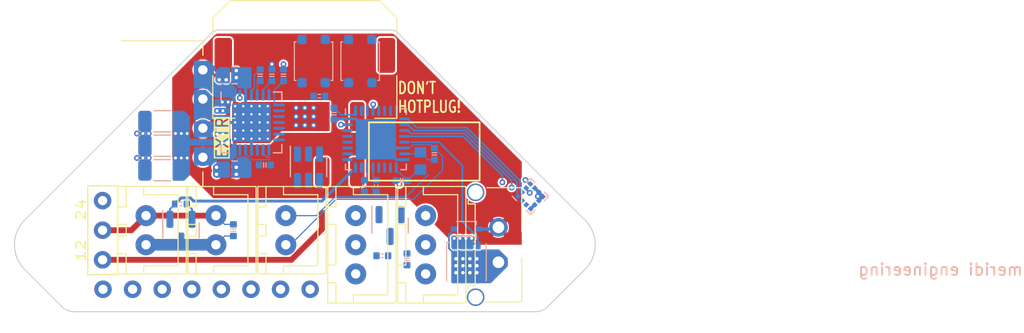
<source format=kicad_pcb>
(kicad_pcb (version 20221018) (generator pcbnew)
  (layers (0 "F.Cu" signal) (1 "In1.Cu" power) (2 "In2.Cu" power) (31 "B.Cu" signal) (34 "B.Paste" user) (35 "F.Paste" user) (36 "B.SilkS" user "B.Silkscreen") (37 "F.SilkS" user "F.Silkscreen") (38 "B.Mask" user) (39 "F.Mask" user) (44 "Edge.Cuts" user))
  (net 0 "")
  (net 1 "/B1")
  (net 2 "/B2")
  (net 3 "/A1")
  (net 4 "/A2")
  (net 5 "/USB_D-")
  (net 6 "GND")
  (net 7 "/USB_D+")
  (net 8 "+24V")
  (net 19 "+12V")
  (net 20 "Net-(D1-A)")
  (net 21 "/F0_Gate")
  (net 22 "/F0_FG")
  (net 23 "+5V")
  (net 24 "/T0")
  (net 25 "/F1_V+")
  (net 26 "/S0")
  (net 27 "/H0_Gate")
  (net 28 "/BOOT0")
  (net 29 "+3.3V")
  (net 30 "/Dir")
  (net 36 "/Step")
  (net 37 "/UART")
  (net 49 "/~{Reset}")
  (net 50 "Net-(U4-5VOUT)")
  (net 51 "Net-(U4-VCP)")
  (net 52 "Net-(U4-CPO)")
  (net 53 "Net-(U4-CPI)")
  (net 54 "Net-(J6-Pin_1)")
  (net 55 "Net-(U4-BRA)")
  (net 56 "Net-(U4-BRB)")
  (net 57 "/INT1")
  (net 58 "/INT2")
  (net 59 "/MOSI")
  (net 60 "/MISO")
  (net 61 "/SCK")
  (net 66 "/~{En}")
  (net 70 "/Diag")
  (net 75 "/ACCEL_CS")
  (net 76 "Net-(U3-VDDA)")
  (net 77 "Net-(J2-Pin_2)")
  (net 78 "/F1_Gate")
  (net 79 "VSSA")
  (net 80 "Net-(J3-Pin_4)")
  (net 81 "Net-(J3-Pin_8)")
  (footprint "corevus:JST_XH_1x04-Side" (layer "F.Cu") (at -8.75 -17 90)
    (fp_text reference "J4" hide)
    (fp_text value "XH")
  )
  (footprint "MountingHole:MountingHole_3.2mm_M3" (layer "F.Cu") (at 21.92031 -5.74264 45)
    (fp_text reference "H2" hide)
    (fp_text value "MountingHole")
  )
  (footprint "corevus:JST_XH_1x02" (layer "F.Cu") (at -13.632992 -6.99264 90)
    (fp_text reference "J7" hide)
    (fp_text value "XH")
  )
  (footprint "MountingHole:MountingHole_3.2mm_M3" (layer "F.Cu") (at -21.920311 -5.74264 45)
    (fp_text reference "H1" hide)
    (fp_text value "MountingHole")
  )
  (footprint "corevus:JST_XH_1x02" (layer "F.Cu") (at -1.632991 -6.99264 90)
    (fp_text reference "J5" hide)
    (fp_text value "XH")
  )
  (footprint "corevus:JST_XH_1x02" (layer "F.Cu") (at -7.632991 -6.99264 90)
    (fp_text reference "J6" hide)
    (fp_text value "XH")
  )
  (footprint "corevus:Molex_Micro-Fit-3.0_436500215" (layer "F.Cu") (at 16.617009 -5.74264 -90)
    (fp_text reference "J1" hide)
    (fp_text value "MF3")
  )
  (footprint "corevus:JST_XH_1x03" (layer "F.Cu") (at 10.367009 -5.74264 90)
    (fp_text reference "J2" hide)
    (fp_text value "XH")
  )
  (footprint "corevus:PinHeader_1x08_P2.54mm_Vertical" (layer "F.Cu") (at 0.457009 -1.922641 -90)
    (fp_text reference "J8" hide)
    (fp_text value "pinheader")
  )
  (footprint "corevus:PinHeader_1x03_P2.54mm_Vertical" (layer "F.Cu") (at -17.35799 -9.53264)
    (fp_text reference "J10" hide)
    (fp_text value "1x3P")
  )
  (footprint "corevus:JST_XH_1x03" (layer "F.Cu") (at 4.367009 -5.74264 90)
    (fp_text reference "J9" hide)
    (fp_text value "XH")
  )
  (footprint "corevus:XKB_X3025WRS-2x04E" (layer "F.Cu") (at 0 -16.75)
    (fp_text reference "J3" hide)
    (fp_text value "MF3")
  )
  (footprint "Capacitor_SMD:C_1206_3216Metric" (layer "B.Cu") (at -12.25 -14.24264 180)
    (fp_text reference "C6" hide)
    (fp_text value "4.7µF 50V")
  )
  (footprint "AlphaLib:0402C" (layer "B.Cu") (at -3.432991 -12.59264 180)
    (fp_text reference "C5" hide)
    (fp_text value "1µF")
  )
  (footprint "Package_DFN_QFN:QFN-32-1EP_5x5mm_P0.5mm_EP3.45x3.45mm" (layer "B.Cu") (at 6.1 -14.8 -90)
    (fp_text reference "U3" hide)
    (fp_text value "STM32G431KBU3")
  )
  (footprint "Resistor_SMD:R_0805_2012Metric" (layer "B.Cu") (at -6.032991 -20.29264 180)
    (fp_text reference "R5" hide)
    (fp_text value "100mΩ")
  )
  (footprint "corevus:ShouHan_TS3315A" (layer "B.Cu") (at 0.75 -21.5 90)
    (fp_text reference "SW2" hide)
    (fp_text value "BOOT")
  )
  (footprint "AlphaLib:0402R" (layer "B.Cu") (at 1.25 -18.5)
    (fp_text reference "R2" hide)
    (fp_text value "10kΩ")
  )
  (footprint "AlphaLib:0402C" (layer "B.Cu") (at -2.832991 -20.29264 90)
    (fp_text reference "C8" hide)
    (fp_text value "100nF 16V")
  )
  (footprint "corevus:NetTie-2_SMD_Pad0.1mm" (layer "B.Cu") (at 8.117009 -14.04264)
    (fp_text reference "NT1" hide)
    (fp_text value "NetTie_2" hide)
  )
  (footprint "Package_LGA:LGA-12_2x2mm_P0.5mm" (layer "B.Cu") (at 19.367009 -9.89264 -45)
    (fp_text reference "U1" hide)
    (fp_text value "LIS2DE12")
  )
  (footprint "AlphaLib:0402C" (layer "B.Cu") (at 8.767009 -4.49264 90)
    (fp_text reference "C10" hide)
    (fp_text value " 1μF")
  )
  (footprint "Resistor_SMD:R_0805_2012Metric" (layer "B.Cu") (at -6.032991 -12.19264 180)
    (fp_text reference "R6" hide)
    (fp_text value "100mΩ")
  )
  (footprint "AlphaLib:0402C" (layer "B.Cu") (at 2.5 -17 -90)
    (fp_text reference "C11" hide)
    (fp_text value "1µF")
  )
  (footprint "corevus:D_SOD-323" (layer "B.Cu") (at 13.867009 -7.09264 180)
    (fp_text reference "D1" hide)
    (fp_text value "5819")
  )
  (footprint "AlphaLib:0402C" (layer "B.Cu") (at 11.117009 -13.54264 90)
    (fp_text reference "C13" hide)
    (fp_text value "1µF")
  )
  (footprint "AlphaLib:0402R" (layer "B.Cu") (at 6.117009 -10.792641 -90)
    (fp_text reference "R4" hide)
    (fp_text value "47Ω")
  )
  (footprint "AlphaLib:0402C" (layer "B.Cu") (at -3.832991 -20.29264 -90)
    (fp_text reference "C9" hide)
    (fp_text value "100nF 50V")
  )
  (footprint "Package_TO_SOT_SMD:SOT-23-6" (layer "B.Cu") (at 0.317009 -12.39264 -90)
    (fp_text reference "U2" hide)
    (fp_text value "TPS54302")
  )
  (footprint "Package_TO_SOT_SMD:SOT-23" (layer "B.Cu") (at -10.632991 -6.99264 -90)
    (fp_text reference "Q1" hide)
    (fp_text value "AO3400")
  )
  (footprint "AlphaLib:0402C" (layer "B.Cu") (at 8.317009 -11.24264 180)
    (fp_text reference "C12" hide)
    (fp_text value "1µF")
  )
  (footprint "Capacitor_SMD:C_1206_3216Metric" (layer "B.Cu") (at -12.25 -12.14264 180)
    (fp_text reference "C7" hide)
    (fp_text value "4.7µF 50V")
  )
  (footprint "corevus:ShouHan_TS3315A" (layer "B.Cu") (at 4.75 -21.5 -90)
    (fp_text reference "SW1" hide)
    (fp_text value "RST")
  )
  (footprint "Package_TO_SOT_SMD:SOT-23" (layer "B.Cu") (at 7.317009 -7.39264 -90)
    (fp_text reference "Q3" hide)
    (fp_text value "AO3401A")
  )
  (footprint "corevus:MOSFET_DFN8" (layer "B.Cu") (at 13.867009 -4.24264)
    (fp_text reference "Q2" hide)
    (fp_text value "NMOS")
  )
  (footprint "Capacitor_SMD:C_1206_3216Metric" (layer "B.Cu") (at -12.25 -16.34264 180)
    (fp_text reference "C14" hide)
    (fp_text value "4.7µF 50V")
  )
  (footprint "Package_DFN_QFN:TQFN-28-1EP_5x5mm_P0.5mm_EP3.25x3.25mm_ThermalVias" (layer "B.Cu") (at -4.582991 -16.24264 -90)
    (fp_text reference "U4" hide)
    (fp_text value "TMC2209-LA")
  )
  (footprint "AlphaLib:0402R" (layer "B.Cu") (at 6.65 -4.8 180)
    (fp_text reference "R7" hide)
    (fp_text value "10kΩ")
  )
  (footprint "AlphaLib:0402C" (layer "B.Cu") (at -6.132991 -6.99264 90)
    (fp_text reference "C1" hide)
    (fp_text value " 100nF 50V")
  )
  (footprint "AlphaLib:0402R" (layer "B.Cu") (at -10.632991 -9.24264)
    (fp_text reference "R1" hide)
    (fp_text value "10kΩ")
  )
  (footprint "AlphaLib:0402C" (layer "B.Cu") (at -1.832991 -20.29264 90)
    (fp_text reference "C4" hide)
    (fp_text value "1µF")
  )
  (footprint "AlphaLib:0402R" (layer "B.Cu") (at 5.117009 -10.79264 -90)
    (fp_text reference "R3" hide)
    (fp_text value "47Ω")
  )
  (footprint "AlphaLib:0603" (layer "B.Cu") (at 9.917009 -12.94264 90)
    (fp_text reference "FB1" hide)
    (fp_text value "GZ1608")
  )
  (gr_rect (start 5.5 -16.25) (end 15 -11.25) (stroke (width 0.15)) (fill none) (layer "F.SilkS"))
  (gr_arc (start -19.79899 0) (mid -20.373017 -0.114178) (end -20.85965 -0.439339) (stroke (width 0.1)) (layer "Edge.Cuts"))
  (gr_line (start -24.041631 -7.86396) (end -7.954952 -23.95064) (stroke (width 0.1)) (layer "Edge.Cuts"))
  (gr_line (start 24.04163 -3.62132) (end 20.85965 -0.439339) (stroke (width 0.1)) (layer "Edge.Cuts"))
  (gr_arc (start -7.954952 -23.95064) (mid -7.711638 -24.113236) (end -7.424622 -24.170309) (stroke (width 0.1)) (layer "Edge.Cuts"))
  (gr_arc (start 24.04163 -7.86396) (mid 24.920309 -5.74264) (end 24.04163 -3.62132) (stroke (width 0.1)) (layer "Edge.Cuts"))
  (gr_arc (start -24.041631 -3.62132) (mid -24.920305 -5.74264) (end -24.041631 -7.86396) (stroke (width 0.1)) (layer "Edge.Cuts"))
  (gr_line (start -7.424622 -24.170309) (end 7.424621 -24.170309) (stroke (width 0.1)) (layer "Edge.Cuts"))
  (gr_line (start -20.85965 -0.439339) (end -24.041631 -3.62132) (stroke (width 0.1)) (layer "Edge.Cuts"))
  (gr_line (start 7.954951 -23.95064) (end 24.04163 -7.86396) (stroke (width 0.1)) (layer "Edge.Cuts"))
  (gr_arc (start 7.424621 -24.170309) (mid 7.711629 -24.113213) (end 7.954951 -23.95064) (stroke (width 0.1)) (layer "Edge.Cuts"))
  (gr_arc (start 20.85965 -0.439339) (mid 20.373012 -0.114195) (end 19.79899 0) (stroke (width 0.1)) (layer "Edge.Cuts"))
  (gr_line (start 19.79899 0) (end -19.79899 0) (stroke (width 0.1)) (layer "Edge.Cuts"))
  (gr_text "meridi engineering" (at 54.55 -4.2) (layer "B.SilkS") (effects (font (size 1 1)) (justify top mirror)))
  (gr_text "EXTR" (at -6.5 -13 90) (layer "F.SilkS" knockout) (effects (font (size 1 1)) (justify left bottom)))
  (gr_text "24" (at -18.75 -8.75 90) (layer "F.SilkS") (effects (font (size 0.8 1)) (justify bottom)))
  (gr_text "12" (at -18.75 -5.25 90) (layer "F.SilkS") (effects (font (size 0.8 1)) (justify bottom)))
  (gr_text "DON'T\nHOTPLUG!" (at 7.9 -17) (layer "F.SilkS") (effects (font (size 1 0.75)) (justify left bottom)))
  (segment (start 6.117009 -11.292641) (end 5.867009 -11.542641) (width 0.1) (layer "B.Cu") (net 5))
  (segment (start 5.867009 -11.542641) (end 5.867009 -12.35514) (width 0.1) (layer "B.Cu") (net 5))
  (via (at -0.75 -16.75) (size 0.5) (drill 0.25) (layers "F.Cu" "B.Cu") (net 6))
  (via (at -5.882991 -12.39264) (size 0.6) (drill 0.3) (layers "F.Cu" "B.Cu") (net 6))
  (via (at 13.817009 -6.29264) (size 0.5) (drill 0.25) (layers "F.Cu" "B.Cu") (net 6))
  (via (at 14.317009 -6.29264) (size 0.5) (drill 0.25) (layers "F.Cu" "B.Cu") (net 6))
  (via (at 0.75 -17.5) (size 0.5) (drill 0.25) (layers "F.Cu" "B.Cu") (net 6))
  (via (at -0.75 -17.5) (size 0.5) (drill 0.25) (layers "F.Cu" "B.Cu") (net 6))
  (via (at -5.882991 -20.09264) (size 0.6) (drill 0.3) (layers "F.Cu" "B.Cu") (net 6))
  (via (at 0 -16.75) (size 0.5) (drill 0.25) (layers "F.Cu" "B.Cu") (net 6))
  (via (at -14.4 -13.19264) (size 0.5) (drill 0.25) (layers "F.Cu" "B.Cu") (net 6))
  (via (at 8.117009 -10.94264) (size 0.5) (drill 0.25) (layers "F.Cu" "B.Cu") (net 6))
  (via (at -14.4 -15.29264) (size 0.5) (drill 0.25) (layers "F.Cu" "B.Cu") (net 6))
  (via (at -5.882991 -11.79264) (size 0.6) (drill 0.3) (layers "F.Cu" "B.Cu") (net 6))
  (via (at 12.817009 -6.29264) (size 0.5) (drill 0.25) (layers "F.Cu" "B.Cu") (net 6))
  (via (at 0 -16) (size 0.5) (drill 0.25) (layers "F.Cu" "B.Cu") (net 6))
  (via (at -0.75 -16) (size 0.5) (drill 0.25) (layers "F.Cu" "B.Cu") (net 6))
  (via (at 20 -9.9) (size 0.5) (drill 0.25) (layers "F.Cu" "B.Cu") (net 6))
  (via (at 0.75 -16) (size 0.5) (drill 0.25) (layers "F.Cu" "B.Cu") (net 6))
  (via (at -13.9 -13.19264) (size 0.5) (drill 0.25) (layers "F.Cu" "B.Cu") (net 6))
  (via (at -1.832991 -21.24264) (size 0.5) (drill 0.25) (layers "F.Cu" "B.Cu") (net 6))
  (via (at 0 -17.5) (size 0.5) (drill 0.25) (layers "F.Cu" "B.Cu") (net 6))
  (via (at -13.4 -15.29264) (size 0.5) (drill 0.25) (layers "F.Cu" "B.Cu") (net 6))
  (via (at -5.882991 -20.69264) (size 0.6) (drill 0.3) (layers "F.Cu" "B.Cu") (net 6))
  (via (at -13.4 -13.19264) (size 0.5) (drill 0.25) (layers "F.Cu" "B.Cu") (net 6))
  (via (at 0.75 -16.75) (size 0.5) (drill 0.25) (layers "F.Cu" "B.Cu") (net 6))
  (via (at -13.9 -15.29264) (size 0.5) (drill 0.25) (layers "F.Cu" "B.Cu") (net 6))
  (via (at 13.317009 -6.29264) (size 0.5) (drill 0.25) (layers "F.Cu" "B.Cu") (net 6))
  (segment (start 4.359649 -16.55) (end 7.867009 -13.04264) (width 0.25) (layer "B.Cu") (net 6))
  (segment (start 19.729401 -10.608586) (end 20.082955 -10.255032) (width 0.25) (layer "B.Cu") (net 6))
  (segment (start 7.867009 -13.04264) (end 8.554509 -13.04264) (width 0.25) (layer "B.Cu") (net 6))
  (segment (start -5.082991 -20.25514) (end -5.120491 -20.29264) (width 0.25) (layer "B.Cu") (net 6))
  (segment (start -6.945491 -16.24264) (end -5.957991 -16.24264) (width 0.25) (layer "B.Cu") (net 6))
  (segment (start 20.082955 -9.530248) (end 20.436508 -9.883801) (width 0.25) (layer "B.Cu") (net 6))
  (segment (start -4.582991 -13.88014) (end -4.582991 -14.86764) (width 0.25) (layer "B.Cu") (net 6))
  (segment (start -9.682991 -8.79264) (end -10.132991 -9.24264) (width 0.15) (layer "B.Cu") (net 6))
  (segment (start -5.082991 -18.60514) (end -5.082991 -16.74264) (width 0.25) (layer "B.Cu") (net 6))
  (segment (start 2.55 -16.55) (end 3.6625 -16.55) (width 0.25) (layer "B.Cu") (net 6))
  (segment (start -1.832991 -20.79264) (end -1.832991 -21.24264) (width 0.1) (layer "B.Cu") (net 6))
  (segment (start -5.082991 -16.74264) (end -4.582991 -16.24264) (width 0.25) (layer "B.Cu") (net 6))
  (segment (start 20.082955 -10.255032) (end 20.082955 -10.237354) (width 0.25) (layer "B.Cu") (net 6))
  (segment (start -5.082991 -18.60514) (end -5.082991 -20.25514) (width 0.25) (layer "B.Cu") (net 6))
  (segment (start 7.817009 -11.24264) (end 8.117009 -10.94264) (width 0.1) (layer "B.Cu") (net 6))
  (segment (start 3.6625 -16.55) (end 4.359649 -16.55) (width 0.25) (layer "B.Cu") (net 6))
  (segment (start 2.5 -16.5) (end 2.55 -16.55) (width 0.25) (layer "B.Cu") (net 6))
  (segment (start -9.682991 -7.93014) (end -9.682991 -8.79264) (width 0.15) (layer "B.Cu") (net 6))
  (segment (start 20.082955 -10.237354) (end 20.436508 -9.883801) (width 0.25) (layer "B.Cu") (net 6))
  (segment (start 5.367009 -12.35514) (end 5.367009 -11.54264) (width 0.1) (layer "B.Cu") (net 7))
  (segment (start 5.367009 -11.54264) (end 5.117009 -11.29264) (width 0.1) (layer "B.Cu") (net 7))
  (via (at -6.582991 -17.99264) (size 0.5) (drill 0.25) (layers "F.Cu" "B.Cu") (net 8))
  (via (at -11.1 -13.19264) (size 0.5) (drill 0.25) (layers "F.Cu" "B.Cu") (net 8))
  (via (at -10.1 -15.29264) (size 0.5) (drill 0.25) (layers "F.Cu" "B.Cu") (net 8))
  (via (at -2.832991 -21.24264) (size 0.5) (drill 0.25) (layers "F.Cu" "B.Cu") (net 8))
  (via (at -7.082991 -17.99264) (size 0.5) (drill 0.25) (layers "F.Cu" "B.Cu") (net 8))
  (via (at -7.082991 -14.49264) (size 0.5) (drill 0.25) (layers "F.Cu" "B.Cu") (net 8))
  (via (at -10.1 -13.19264) (size 0.5) (drill 0.25) (layers "F.Cu" "B.Cu") (net 8))
  (via (at -10.6 -15.29264) (size 0.5) (drill 0.25) (layers "F.Cu" "B.Cu") (net 8))
  (via (at -11.1 -15.29264) (size 0.5) (drill 0.25) (layers "F.Cu" "B.Cu") (net 8))
  (via (at -10.6 -13.19264) (size 0.5) (drill 0.25) (layers "F.Cu" "B.Cu") (net 8))
  (via (at -6.582991 -14.49264) (size 0.5) (drill 0.25) (layers "F.Cu" "B.Cu") (net 8))
  (segment (start 14.917009 -7.09264) (end 16.467009 -7.09264) (width 0.3) (layer "B.Cu") (net 8))
  (segment (start -2.832991 -20.79264) (end -2.832991 -21.24264) (width 0.1) (layer "B.Cu") (net 8))
  (segment (start -6.632991 -14.54264) (end -10.307991 -14.54264) (width 0.6) (layer "B.Cu") (net 8))
  (segment (start 16.467009 -7.09264) (end 16.617009 -7.24264) (width 0.3) (layer "B.Cu") (net 8))
  (segment (start -10.475 -14.54264) (end -10.775 -14.24264) (width 0.6) (layer "B.Cu") (net 8))
  (segment (start -17.35799 -4.45264) (end -1.156967 -4.45264) (width 0.5) (layer "F.Cu") (net 19))
  (segment (start 1.467009 -7.076616) (end 1.467009 -8.49264) (width 0.5) (layer "F.Cu") (net 19))
  (segment (start -1.156967 -4.45264) (end 1.467009 -7.076616) (width 0.5) (layer "F.Cu") (net 19))
  (via (at 12.967009 -3.34264) (size 0.6) (drill 0.3) (layers "F.Cu" "B.Cu") (net 20))
  (via (at 12.967009 -4.54264) (size 0.6) (drill 0.3) (layers "F.Cu" "B.Cu") (net 20))
  (via (at 13.567009 -3.34264) (size 0.6) (drill 0.3) (layers "F.Cu" "B.Cu") (net 20))
  (via (at 13.567009 -4.54264) (size 0.6) (drill 0.3) (layers "F.Cu" "B.Cu") (net 20))
  (via (at 14.167009 -3.94264) (size 0.6) (drill 0.3) (layers "F.Cu" "B.Cu") (net 20))
  (via (at 14.767009 -3.94264) (size 0.6) (drill 0.3) (layers "F.Cu" "B.Cu") (net 20))
  (via (at 14.767009 -4.54264) (size 0.6) (drill 0.3) (layers "F.Cu" "B.Cu") (net 20))
  (via (at 14.167009 -3.34264) (size 0.6) (drill 0.3) (layers "F.Cu" "B.Cu") (net 20))
  (via (at 12.967009 -3.94264) (size 0.6) (drill 0.3) (layers "F.Cu" "B.Cu") (net 20))
  (via (at 13.567009 -3.94264) (size 0.6) (drill 0.3) (layers "F.Cu" "B.Cu") (net 20))
  (via (at 14.767009 -3.34264) (size 0.6) (drill 0.3) (layers "F.Cu" "B.Cu") (net 20))
  (via (at 14.167009 -4.54264) (size 0.6) (drill 0.3) (layers "F.Cu" "B.Cu") (net 20))
  (segment (start 12.367009 -5.42873) (end 12.628099 -5.16764) (width 0.15) (layer "B.Cu") (net 20))
  (segment (start 12.367009 -6.64264) (end 12.367009 -5.42873) (width 0.15) (layer "B.Cu") (net 20))
  (segment (start 12.817009 -7.09264) (end 12.367009 -6.64264) (width 0.15) (layer "B.Cu") (net 20))
  (segment (start 8.695566 -9.867641) (end 10.617009 -11.789084) (width 0.1) (layer "B.Cu") (net 24))
  (segment (start 2.609168 -9.867641) (end 8.695566 -9.867641) (width 0.1) (layer "B.Cu") (net 24))
  (segment (start -1.632991 -8.24264) (end 0.984167 -8.24264) (width 0.1) (layer "B.Cu") (net 24))
  (segment (start 0.984167 -8.24264) (end 2.609168 -9.867641) (width 0.1) (layer "B.Cu") (net 24))
  (segment (start -17.35799 -6.99264) (end -14.882992 -6.99264) (width 0.5) (layer "F.Cu") (net 25))
  (segment (start -14.882992 -6.99264) (end -13.632992 -8.24264) (width 0.5) (layer "F.Cu") (net 25))
  (segment (start -13.632992 -8.24264) (end -7.632991 -8.24264) (width 0.5) (layer "F.Cu") (net 25))
  (segment (start -6.882991 -7.49264) (end -7.632991 -8.24264) (width 0.1) (layer "B.Cu") (net 25))
  (segment (start -5.882991 -7.49264) (end -6.882991 -7.49264) (width 0.1) (layer "B.Cu") (net 25))
  (segment (start 14.842009 -6.404037) (end 13.517009 -7.729037) (width 0.15) (layer "B.Cu") (net 27))
  (segment (start 13.517009 -7.729037) (end 13.517009 -12.54264) (width 0.15) (layer "B.Cu") (net 27))
  (segment (start 11.517009 -14.54264) (end 9.167009 -14.54264) (width 0.15) (layer "B.Cu") (net 27))
  (segment (start 13.517009 -12.54264) (end 11.517009 -14.54264) (width 0.15) (layer "B.Cu") (net 27))
  (segment (start 14.842009 -5.69264) (end 14.842009 -6.404037) (width 0.15) (layer "B.Cu") (net 27))
  (via (at 3.1 -16.05) (size 0.5) (drill 0.25) (layers "F.Cu" "B.Cu") (net 28))
  (segment (start 3.6625 -16.05) (end 3.1 -16.05) (width 0.25) (layer "B.Cu") (net 28))
  (segment (start 3.1 -16.9) (end 4.367009 -16.9) (width 0.15) (layer "B.Cu") (net 29))
  (segment (start 2.5 -17.5) (end 3.1 -16.9) (width 0.15) (layer "B.Cu") (net 29))
  (segment (start 8.117009 -11.94264) (end 7.917009 -11.94264) (width 0.1) (layer "B.Cu") (net 29))
  (segment (start 19.729401 -9.176694) (end 19.375848 -8.823141) (width 0.25) (layer "B.Cu") (net 29))
  (segment (start 8.817009 -11.24264) (end 8.117009 -11.94264) (width 0.1) (layer "B.Cu") (net 29))
  (segment (start 9.917009 -12.19264) (end 9.767009 -12.19264) (width 0.1) (layer "B.Cu") (net 29))
  (segment (start 9.767009 -12.19264) (end 8.817009 -11.24264) (width 0.1) (layer "B.Cu") (net 29))
  (segment (start -5.082991 -13.88014) (end -5.082991 -13.59212) (width 0.1) (layer "B.Cu") (net 30))
  (segment (start -4.533511 -13.04264) (end -2.982991 -13.04264) (width 0.1) (layer "B.Cu") (net 30))
  (segment (start -5.082991 -13.59212) (end -4.533511 -13.04264) (width 0.1) (layer "B.Cu") (net 30))
  (segment (start -3.582991 -13.88014) (end -3.582991 -13.59212) (width 0.1) (layer "B.Cu") (net 36))
  (segment (start -3.233511 -13.24264) (end -2.982991 -13.24264) (width 0.1) (layer "B.Cu") (net 36))
  (segment (start -3.582991 -13.59212) (end -3.233511 -13.24264) (width 0.1) (layer "B.Cu") (net 36))
  (via (at 5.867009 -17.79264) (size 0.5) (drill 0.25) (layers "F.Cu" "B.Cu") (net 49))
  (segment (start 5.867009 -17.23014) (end 5.867009 -17.79264) (width 0.2) (layer "B.Cu") (net 49))
  (segment (start -2.632991 -18.99264) (end -2.632991 -17.74264) (width 0.1) (layer "B.Cu") (net 50))
  (segment (start -1.832991 -19.79264) (end -2.632991 -18.99264) (width 0.1) (layer "B.Cu") (net 50))
  (segment (start -2.832991 -19.79264) (end -3.582991 -19.04264) (width 0.1) (layer "B.Cu") (net 51))
  (segment (start -3.582991 -19.04264) (end -3.582991 -18.60514) (width 0.1) (layer "B.Cu") (net 51))
  (segment (start -4.332991 -19.19264) (end -4.582991 -18.94264) (width 0.1) (layer "B.Cu") (net 52))
  (segment (start -4.332991 -20.29264) (end -4.332991 -19.19264) (width 0.1) (layer "B.Cu") (net 52))
  (segment (start -4.582991 -18.94264) (end -4.582991 -18.60514) (width 0.1) (layer "B.Cu") (net 52))
  (segment (start -3.832991 -20.79264) (end -4.332991 -20.29264) (width 0.1) (layer "B.Cu") (net 52))
  (segment (start -4.082991 -19.54264) (end -4.082991 -18.60514) (width 0.1) (layer "B.Cu") (net 53))
  (segment (start -3.832991 -19.79264) (end -4.082991 -19.54264) (width 0.1) (layer "B.Cu") (net 53))
  (segment (start -5.882991 -6.49264) (end -6.882991 -6.49264) (width 0.1) (layer "B.Cu") (net 54))
  (segment (start -7.632991 -5.74264) (end -13.632992 -5.74264) (width 1) (layer "B.Cu") (net 54))
  (segment (start -6.882991 -6.49264) (end -7.632991 -5.74264) (width 0.1) (layer "B.Cu") (net 54))
  (via (at -7.35 -19.9) (size 0.6) (drill 0.3) (layers "F.Cu" "B.Cu") (net 55))
  (via (at -7.032991 -15.24264) (size 0.5) (drill 0.25) (layers "F.Cu" "B.Cu") (net 55))
  (via (at -6.75 -19.9) (size 0.6) (drill 0.3) (layers "F.Cu" "B.Cu") (net 55))
  (via (at -7.532991 -15.24264) (size 0.5) (drill 0.25) (layers "F.Cu" "B.Cu") (net 55))
  (segment (start -6.945491 -15.24264) (end -7.032991 -15.24264) (width 0.25) (layer "B.Cu") (net 55))
  (segment (start -7.032991 -15.24264) (end -7.532991 -15.24264) (width 0.25) (layer "B.Cu") (net 55))
  (via (at -7.032991 -17.24264) (size 0.5) (drill 0.25) (layers "F.Cu" "B.Cu") (net 56))
  (via (at -7.582991 -11.79264) (size 0.6) (drill 0.3) (layers "F.Cu" "B.Cu") (net 56))
  (via (at -7.532991 -17.24264) (size 0.5) (drill 0.25) (layers "F.Cu" "B.Cu") (net 56))
  (via (at -7.582991 -12.39264) (size 0.6) (drill 0.3) (layers "F.Cu" "B.Cu") (net 56))
  (segment (start -6.945491 -17.24264) (end -7.032991 -17.24264) (width 0.25) (layer "B.Cu") (net 56))
  (segment (start -7.032991 -17.24264) (end -7.532991 -17.24264) (width 0.25) (layer "B.Cu") (net 56))
  (via (at 16.95 -11.1) (size 0.5) (drill 0.25) (layers "F.Cu" "B.Cu") (net 59))
  (via (at 18.935154 -11.3) (size 0.5) (drill 0.25) (layers "F.Cu" "B.Cu") (net 59))
  (segment (start 18.935154 -11.3) (end 19.273015 -10.962139) (width 0.15) (layer "B.Cu") (net 59))
  (segment (start 16.95 -11.689338) (end 16.95 -11.1) (width 0.15) (layer "B.Cu") (net 59))
  (segment (start 8.554509 -15.04264) (end 13.596698 -15.04264) (width 0.15) (layer "B.Cu") (net 59))
  (segment (start 19.273015 -10.962139) (end 19.35817 -10.962139) (width 0.15) (layer "B.Cu") (net 59))
  (segment (start 13.596698 -15.04264) (end 16.95 -11.689338) (width 0.15) (layer "B.Cu") (net 59))
  (via (at 17.75 -10.65) (size 0.5) (drill 0.25) (layers "F.Cu" "B.Cu") (net 60))
  (via (at 19.3 -10.2) (size 0.5) (drill 0.25) (layers "F.Cu" "B.Cu") (net 60))
  (segment (start 13.700252 -15.29264) (end 9.10736 -15.29264) (width 0.15) (layer "B.Cu") (net 60))
  (segment (start 19.004617 -10.495383) (end 19.004617 -10.608586) (width 0.15) (layer "B.Cu") (net 60))
  (segment (start 9.10736 -15.29264) (end 8.85736 -15.54264) (width 0.15) (layer "B.Cu") (net 60))
  (segment (start 8.85736 -15.54264) (end 8.554509 -15.54264) (width 0.15) (layer "B.Cu") (net 60))
  (segment (start 17.75 -11.242892) (end 13.700252 -15.29264) (width 0.15) (layer "B.Cu") (net 60))
  (segment (start 17.75 -10.65) (end 17.75 -11.242892) (width 0.15) (layer "B.Cu") (net 60))
  (segment (start 19.3 -10.2) (end 19.004617 -10.495383) (width 0.15) (layer "B.Cu") (net 60))
  (segment (start 8.554509 -16.04264) (end 8.865846 -16.04264) (width 0.15) (layer "B.Cu") (net 61))
  (segment (start 8.865846 -16.04264) (end 9.365846 -15.54264) (width 0.15) (layer "B.Cu") (net 61))
  (segment (start 18.219737 -9.979252) (end 18.29751 -9.901479) (width 0.15) (layer "B.Cu") (net 61))
  (segment (start 9.365846 -15.54264) (end 13.803806 -15.54264) (width 0.15) (layer "B.Cu") (net 61))
  (segment (start 13.803806 -15.54264) (end 18.219737 -11.126709) (width 0.15) (layer "B.Cu") (net 61))
  (segment (start 18.219737 -11.126709) (end 18.219737 -9.979252) (width 0.15) (layer "B.Cu") (net 61))
  (via (at -5.582991 -18.34264) (size 0.5) (drill 0.25) (layers "F.Cu" "B.Cu") (net 66))
  (segment (start -5.582991 -18.60514) (end -5.582991 -18.34264) (width 0.25) (layer "B.Cu") (net 66))
  (segment (start 13.90736 -15.79264) (end 9.60736 -15.79264) (width 0.15) (layer "B.Cu") (net 75))
  (segment (start 18.651063 -10.255032) (end 18.469737 -10.436358) (width 0.15) (layer "B.Cu") (net 75))
  (segment (start 18.469737 -11.230263) (end 13.90736 -15.79264) (width 0.15) (layer "B.Cu") (net 75))
  (segment (start 9.60736 -15.79264) (end 8.85736 -16.54264) (width 0.15) (layer "B.Cu") (net 75))
  (segment (start 8.85736 -16.54264) (end 8.554509 -16.54264) (width 0.15) (layer "B.Cu") (net 75))
  (segment (start 18.469737 -10.436358) (end 18.469737 -11.230263) (width 0.15) (layer "B.Cu") (net 75))
  (segment (start 10.567009 -13.04264) (end 9.917009 -13.69264) (width 0.1) (layer "B.Cu") (net 76))
  (segment (start 9.767009 -13.54264) (end 9.917009 -13.69264) (width 0.1) (layer "B.Cu") (net 76))
  (segment (start 11.117009 -13.04264) (end 10.567009 -13.04264) (width 0.1) (layer "B.Cu") (net 76))
  (segment (start 8.554509 -13.54264) (end 9.767009 -13.54264) (width 0.1) (layer "B.Cu") (net 76))
  (segment (start -10.607991 -9.76764) (end -9.823369 -9.76764) (width 0.25) (layer "B.Cu") (net 78))
  (segment (start -11.132991 -9.24264) (end -10.607991 -9.76764) (width 0.25) (layer "B.Cu") (net 78))
  (segment (start -9.548369 -9.49264) (end 1.467009 -9.49264) (width 0.25) (layer "B.Cu") (net 78))
  (segment (start -9.823369 -9.76764) (end -9.548369 -9.49264) (width 0.25) (layer "B.Cu") (net 78))
  (segment (start -11.582991 -8.79264) (end -11.132991 -9.24264) (width 0.15) (layer "B.Cu") (net 78))
  (segment (start 1.467009 -9.49264) (end 4.017009 -12.04264) (width 0.25) (layer "B.Cu") (net 78))
  (segment (start -11.582991 -7.93014) (end -11.582991 -8.79264) (width 0.15) (layer "B.Cu") (net 78))
  (segment (start -1.632991 -5.74264) (end -1.232991 -5.74264) (width 0.1) (layer "B.Cu") (net 79))
  (segment (start 8.554509 -14.04264) (end 7.742009 -14.04264) (width 0.25) (layer "B.Cu") (net 79))
  (segment (start 9.267009 -14.31764) (end 8.992009 -14.04264) (width 0.1) (layer "B.Cu") (net 79))
  (segment (start 11.817009 -13.34264) (end 11.117009 -14.04264) (width 0.1) (layer "B.Cu") (net 79))
  (segment (start 11.117009 -14.04264) (end 10.842009 -14.31764) (width 0.1) (layer "B.Cu") (net 79))
  (segment (start -1.232991 -5.74264) (end 2.667009 -9.64264) (width 0.1) (layer "B.Cu") (net 79))
  (segment (start 2.667009 -9.64264) (end 9.317009 -9.64264) (width 0.1) (layer "B.Cu") (net 79))
  (segment (start 9.317009 -9.64264) (end 11.817009 -12.14264) (width 0.1) (layer "B.Cu") (net 79))
  (segment (start 11.817009 -12.14264) (end 11.817009 -13.34264) (width 0.1) (layer "B.Cu") (net 79))
  (segment (start 8.992009 -14.04264) (end 8.554509 -14.04264) (width 0.1) (layer "B.Cu") (net 79))
  (segment (start 10.842009 -14.31764) (end 9.267009 -14.31764) (width 0.1) (layer "B.Cu") (net 79))
  (segment (start 5.76701 -10.64264) (end 6.117009 -10.292641) (width 0.1) (layer "B.Cu") (net 80))
  (segment (start 5.767009 -10.64264) (end 5.76701 -10.64264) (width 0.1) (layer "B.Cu") (net 80))
  (segment (start 4.767009 -10.64264) (end 5.117009 -10.29264) (width 0.1) (layer "B.Cu") (net 81))
  (zone (net 6) (net_name "GND") (layer "F.Cu") (priority 40) (connect_pads yes (clearance 0.15)) (min_thickness 0.1) (fill yes (thermal_gap 0.5) (thermal_bridge_width 0.5))
    (polygon (pts (xy -6.25 -18) (xy 2.125 -18) (xy 2.125 -15.5) (xy -2 -15.5) (xy -3.025 -14.475) (xy -6.25 -14.475)))
  )
  (zone (net 8) (net_name "+24V") (layer "F.Cu") (priority 3) (connect_pads thru_hole_only (clearance 0.15)) (min_thickness 0.1) (fill yes (thermal_gap 0.1) (thermal_bridge_width 0.4))
    (polygon (pts (xy -11.382991 -13.24264) (xy -11.382991 -20.49264) (xy -7.782991 -24.14264) (xy 7.767009 -24.14264) (xy 18.617009 -13.29264) (xy 18.617009 -5.74264) (xy 12.867009 -5.74264) (xy 8.867009 -9.74264) (xy -7.882991 -9.74264)))
  )
  (zone (net 6) (net_name "GND") (layer "B.Cu") (priority 5) (connect_pads yes (clearance 0.1)) (min_thickness 0.2) (fill yes (thermal_gap 0.1) (thermal_bridge_width 0.5))
    (polygon (pts (xy -6.432991 -20.99264) (xy -4.582991 -20.99264) (xy -4.582991 -19.14264) (xy -5.832991 -19.14264) (xy -6.432991 -19.74264)))
  )
  (zone (net 55) (net_name "Net-(U4-BRA)") (layer "B.Cu") (priority 40) (connect_pads yes (clearance 0.1)) (min_thickness 0.2) (fill yes (thermal_gap 0.1) (thermal_bridge_width 0.5))
    (polygon (pts (xy -7.782991 -15.49264) (xy -6.432991 -15.49264) (xy -6.432991 -14.99264) (xy -7.782991 -14.99264)))
  )
  (zone (net 20) (net_name "Net-(D1-A)") (layer "B.Cu") (priority 5) (connect_pads yes (clearance 0.1)) (min_thickness 0.2) (fill yes (thermal_gap 0.1) (thermal_bridge_width 0.4))
    (polygon (pts (xy 12.567009 -5.34264) (xy 12.567009 -2.44264) (xy 15.967009 -2.44264) (xy 17.417009 -3.89264) (xy 17.417009 -4.59264) (xy 16.667009 -5.34264)))
  )
  (zone (net 1) (net_name "/B1") (layer "B.Cu") (priority 10) (connect_pads yes (clearance 0.1)) (min_thickness 0.2) (fill yes (thermal_gap 0.1) (thermal_bridge_width 0.5))
    (polygon (pts (xy -5.832991 -17.99264) (xy -9.532991 -17.99264) (xy -9.532991 -21.54264) (xy -9.182991 -21.54264) (xy -8.232991 -21.54264) (xy -5.832991 -19.14264)))
  )
  (zone (net 6) (net_name "GND") (layer "B.Cu") (priority 5) (connect_pads yes (clearance 0.1)) (min_thickness 0.2) (fill yes (thermal_gap 0.1) (thermal_bridge_width 0.5))
    (polygon (pts (xy -6.432991 -11.49264) (xy -4.582991 -11.49264) (xy -4.582991 -13.34264) (xy -5.832991 -13.34264) (xy -6.432991 -12.74264)))
  )
  (zone (net 2) (net_name "/B2") (layer "B.Cu") (priority 20) (connect_pads yes (clearance 0.1)) (min_thickness 0.2) (fill yes (thermal_gap 0.1) (thermal_bridge_width 0.5))
    (polygon (pts (xy -6.432991 -16.34264) (xy -9.532991 -16.34264) (xy -9.532991 -19.04264) (xy -8.482991 -19.04264) (xy -6.432991 -16.99264)))
  )
  (zone (net 56) (net_name "Net-(U4-BRB)") (layer "B.Cu") (priority 20) (connect_pads yes (clearance 0.1)) (min_thickness 0.2) (fill yes (thermal_gap 0.1) (thermal_bridge_width 0.5))
    (polygon (pts (xy -6.432991 -12.89264) (xy -6.432991 -11.49264) (xy -7.582991 -11.49264) (xy -7.882991 -11.79264) (xy -7.882991 -12.49264) (xy -7.482991 -12.89264)))
  )
  (zone (net 56) (net_name "Net-(U4-BRB)") (layer "B.Cu") (priority 40) (connect_pads yes (clearance 0.1)) (min_thickness 0.2) (fill yes (thermal_gap 0.1) (thermal_bridge_width 0.5))
    (polygon (pts (xy -7.782991 -17.49264) (xy -6.432991 -17.49264) (xy -6.432991 -16.99264) (xy -7.782991 -16.99264)))
  )
  (zone (net 6) (net_name "GND") (layer "B.Cu") (priority 1) (connect_pads thru_hole_only (clearance 0.1)) (min_thickness 0.2) (fill yes (thermal_gap 0.1) (thermal_bridge_width 0.4))
    (polygon (pts (xy 14.567009 -6.54264) (xy 14.567009 -5.34264) (xy 12.567009 -5.34264) (xy 12.567009 -6.54264)))
  )
  (zone (net 3) (net_name "/A1") (layer "B.Cu") (priority 20) (connect_pads yes (clearance 0.1)) (min_thickness 0.2) (fill yes (thermal_gap 0.1) (thermal_bridge_width 0.5))
    (polygon (pts (xy -6.432991 -16.34264) (xy -9.532991 -16.34264) (xy -9.532991 -14.24264) (xy -7.432991 -14.24264) (xy -6.432991 -15.24264)))
  )
  (zone (net 55) (net_name "Net-(U4-BRA)") (layer "B.Cu") (priority 20) (connect_pads yes (clearance 0.1)) (min_thickness 0.2) (fill yes (thermal_gap 0.1) (thermal_bridge_width 0.5))
    (polygon (pts (xy -6.432991 -19.59264) (xy -6.432991 -20.99264) (xy -7.332991 -20.99264) (xy -7.682991 -20.64264) (xy -7.682991 -19.79264) (xy -7.482991 -19.59264)))
  )
  (zone (net 8) (net_name "+24V") (layer "B.Cu") (priority 10) (connect_pads yes (clearance 0.1)) (min_thickness 0.2) (fill yes (thermal_gap 0.1) (thermal_bridge_width 0.5))
    (polygon (pts (xy -9.85 -16.74264) (xy -10.35 -17.24264) (xy -11.35 -17.24264) (xy -11.35 -11.24264) (xy -10.35 -11.24264) (xy -9.85 -11.74264)))
  )
  (zone (net 4) (net_name "/A2") (layer "B.Cu") (priority 10) (connect_pads yes (clearance 0.1)) (min_thickness 0.2) (fill yes (thermal_gap 0.1) (thermal_bridge_width 0.5))
    (polygon (pts (xy -5.832991 -14.49264) (xy -9.532991 -14.49264) (xy -9.532991 -12.54264) (xy -6.632991 -12.54264) (xy -5.832991 -13.34264)))
  )
  (zone (net 8) (net_name "+24V") (layer "B.Cu") (priority 30) (connect_pads yes (clearance 0.1)) (min_thickness 0.2) (fill yes (thermal_gap 0.1) (thermal_bridge_width 0.4))
    (polygon (pts (xy -6.332991 -17.59264) (xy -7.782991 -17.59264) (xy -7.782991 -18.24264) (xy -6.332991 -18.24264)))
  )
  (zone (net 8) (net_name "+24V") (layer "B.Cu") (priority 30) (connect_pads yes (clearance 0.1)) (min_thickness 0.2) (fill yes (thermal_gap 0.1) (thermal_bridge_width 0.4))
    (polygon (pts (xy -7.432991 -14.89264) (xy -6.332991 -14.89264) (xy -6.332991 -14.24264) (xy -7.432991 -14.24264)))
  )
)
</source>
